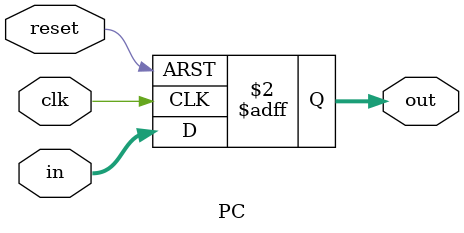
<source format=v>
module PC (
    input clk,       // Clock
    input reset,     // Reset signal
    input [31:0] in, // Input address
    output reg [31:0] out // Output address
);

always @(posedge clk or posedge reset) begin
    if (reset) begin
        out <= 32'b0; // Reset PC to 0
    end else begin
        out <= in; // Update PC with the input address
    end
end

endmodule

</source>
